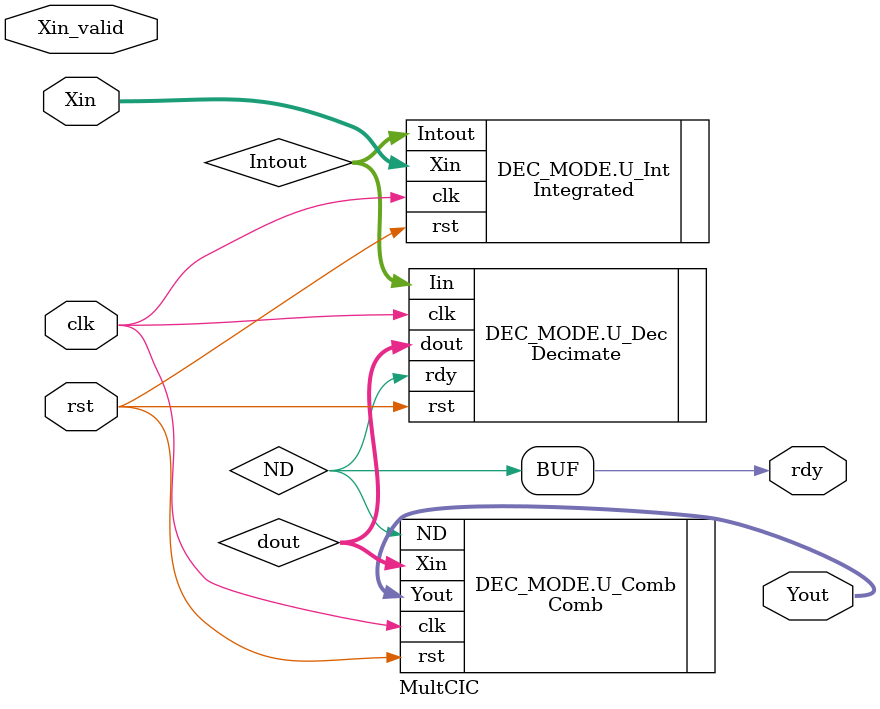
<source format=v>
`timescale 1ns / 1ps
module MultCIC #(
    parameter MODE = "DEC",      // "DEC" »ò "INT" Ä£Ê½£¬Ñ¡Ôñ´¦ÀíÄ£Ê½
    parameter R = 5,             // ³éÈ¡»ò²åÖµµÄ±¶Êý£¬Ó°Ïì²ÉÑùÂÊ
    parameter D = 3,             // »ý·Ö¼¶Êý£¬¿ØÖÆCICÂË²¨Æ÷µÄ¼¶Êý
    parameter INPUT_WIDTH = 14,  // ÊäÈëÊý¾ÝÎ»¿í
    parameter OUTPUT_WIDTH = 22  // Êä³öÊý¾ÝÎ»¿í
)(
    input        rst,            // ¸´Î»ÐÅºÅ£¬¸ßµçÆ½ÓÐÐ§
    input        clk,            // Ê±ÖÓÐÅºÅ
    input  [INPUT_WIDTH-1:0] Xin, // ÊäÈëÊý¾Ý
    // --- START: ÐÂÔöÐÞ¸Ä ---
    input        Xin_valid,      // Îª²åÖµÄ£Ê½ÐÂÔöµÄÊäÈëÓÐÐ§ÐÅºÅ
    // --- END: ÐÂÔöÐÞ¸Ä ---
    output [OUTPUT_WIDTH-1:0] Yout, // Êä³öÊý¾Ý
    output        rdy            // Êý¾ÝÓÐÐ§Ö¸Ê¾ÐÅºÅ
);


    // ÖÐ¼äÐÅºÅ
    wire signed [OUTPUT_WIDTH-1:0] Intout;   // »ý·ÖÄ£¿éÊä³öÊý¾Ý
    wire signed [OUTPUT_WIDTH-1:0] dout;     // ³éÈ¡Ä£¿éÊä³öÊý¾Ý
    wire ND;  // Êý¾ÝÓÐÐ§ÐÅºÅ


    // Éú³É²»Í¬Ä£Ê½ÏÂµÄÄ£¿éÊµÀý
    generate
        // Èç¹ûÑ¡Ôñ³éÈ¡Ä£Ê½£¨"DEC"£©£¬ÔòÖ´ÐÐÒÔÏÂ´úÂë
        if (MODE == "DEC") begin : DEC_MODE

            // 1. ÊµÀý»¯»ý·ÖÆ÷Ä£¿é
            Integrated #(
                .D(D),                // »ý·Ö¼¶Êý
                .INPUT_WIDTH(INPUT_WIDTH),  // ÊäÈëÊý¾ÝÎ»¿í
                .OUTPUT_WIDTH(OUTPUT_WIDTH) // Êä³öÊý¾ÝÎ»¿í
            ) U_Int (
                .rst(rst),            // ¸´Î»ÐÅºÅ
                .clk(clk),            // Ê±ÖÓÐÅºÅ
                .Xin(Xin),            // ÊäÈëÊý¾Ý
                .Intout(Intout)       // »ý·ÖÊä³öÊý¾Ý
            );



            // 2. ÊµÀý»¯³éÈ¡Ä£¿é
            // ³éÈ¡Ä£¿é¸ù¾ÝRÖµ¾ö¶¨³éÈ¡µÄ±¶Êý£¬¼õÐ¡Êä³öÊý¾ÝµÄËÙÂÊ
            Decimate #(
                .R(R),                // ³éÈ¡Òò×Ó
                .DATA_WIDTH(OUTPUT_WIDTH)  // Êä³öÊý¾Ý¿í¶È
            ) U_Dec (
                .rst(rst),            // ¸´Î»ÐÅºÅ
                .clk(clk),            // Ê±ÖÓÐÅºÅ
                .Iin(Intout),         // ÊäÈëÊý¾Ý
                .dout(dout),          // ³éÈ¡ºóµÄÊý¾Ý
                .rdy(ND)              // Êý¾ÝÓÐÐ§Ö¸Ê¾ÐÅºÅ
            );



            // 3. ÊµÀý»¯Êá×´ÂË²¨Æ÷£¨Comb£©£¬½øÐÐ²î·Ö²Ù×÷
            Comb #(
                .D(D),                        // ²î·Ö¼¶Êý
                .DATA_WIDTH(OUTPUT_WIDTH)     // Êä³öÊý¾Ý¿í¶È
            ) U_Comb (
                .rst(rst),                    // ¸´Î»ÐÅºÅ
                .clk(clk),                    // Ê±ÖÓÐÅºÅ
                .ND(ND),                      // Êý¾ÝÓÐÐ§ÐÅºÅ
                .Xin(dout),                   // ÊäÈëÊý¾Ý
                .Yout(Yout)                   // Êá×´ÂË²¨Æ÷µÄÊä³öÊý¾Ý
            );

            // Êä³öÊý¾ÝÓÐÐ§ÐÅºÅ
            assign rdy = ND;

        end else if (MODE == "INT") begin : INT_MODE

            // 1. ²åÖµÄ£Ê½ÏÂµÄÊá×´ÂË²¨Æ÷£¨Comb£©
            wire signed [OUTPUT_WIDTH-1:0] comb_out;    // Êá×´ÂË²¨Æ÷Êä³öÊý¾Ý
            wire signed [OUTPUT_WIDTH-1:0] interp_out;  // ²åÖµºóµÄÊý¾Ý
            wire interp_rdy;                           // ²åÖµÄ£¿éµÄÊý¾ÝÓÐÐ§ÐÅºÅ


            // --- START: ÐÂÔöÐÞ¸Ä ---
            // Êá×´ÂË²¨Æ÷Ö»ÔÚÊäÈëÓÐÐ§Ê±²ÅÊ¹ÄÜ
            Comb #(
                .D(D),                        // ²î·Ö¼¶Êý
                .DATA_WIDTH(OUTPUT_WIDTH)     // Êä³öÊý¾Ý¿í¶È
            ) U_Comb_int (
                .rst(rst),                    // ¸´Î»ÐÅºÅ
                .clk(clk),                    // Ê±ÖÓÐÅºÅ
                .ND(Xin_valid),               // <<--- ÐÞ¸Äµã£ºÊ¹ÓÃÍâ²¿ÓÐÐ§ÐÅºÅ
                .Xin({{(OUTPUT_WIDTH-INPUT_WIDTH){Xin[INPUT_WIDTH-1]}}, Xin}),  // ÊäÈëÐÅºÅ·ûºÅÀ©Õ¹
                .Yout(comb_out)               // Êá×´ÂË²¨Æ÷µÄÊä³ö
            );


            // 2. ÊµÀý»¯²åÖµÄ£¿é£¨Interpolate£©
            // ¸ù¾Ý²åÖµÒò×ÓR£¬ÔÚÊä³öÖÐ²åÈëR-1¸öÁãµã
            Interpolate #(
                .R(R),                // ²åÖµÒò×Ó
                .INPUT_WIDTH(OUTPUT_WIDTH),  // ÊäÈëÊý¾ÝÎ»¿í
                .OUTPUT_WIDTH(OUTPUT_WIDTH)  // Êä³öÊý¾ÝÎ»¿í
            ) U_Interp (
                .rst(rst),            // ¸´Î»ÐÅºÅ
                .clk(clk),            // Ê±ÖÓÐÅºÅ
                .Xin(comb_out),       // ´«µÝ¸ø²åÖµÄ£¿éµÄÊý¾Ý
                .Xin_valid(Xin_valid), // <<--- ÐÞ¸Äµã£ºÊ¹ÓÃÍâ²¿ÓÐÐ§ÐÅºÅ
                .Xout(interp_out),    // ²åÖµºóµÄÊý¾Ý
                .Xout_valid(interp_rdy) // ²åÖµÓÐÐ§ÐÅºÅ
            );
            // --- END: ÐÂÔöÐÞ¸Ä ---
            

            // 3. ²åÖµºóÊý¾Ý½øÈë»ý·ÖÆ÷
            Integrated #(
                .D(D),                // »ý·Ö¼¶Êý
                .INPUT_WIDTH(OUTPUT_WIDTH),  // ÊäÈëÊý¾ÝÎ»¿í
                .OUTPUT_WIDTH(OUTPUT_WIDTH) // Êä³öÊý¾ÝÎ»¿í
            ) U_Int_int (
                .rst(rst),            // ¸´Î»ÐÅºÅ
                .clk(clk),            // Ê±ÖÓÐÅºÅ
                .Xin(interp_out[OUTPUT_WIDTH-1:0]),  // ²åÖµºóµÄÊý¾Ý£¨¿ÉÄÜÐèÒª½Ø¶Ï£©
                .Intout(Yout)         // »ý·ÖÆ÷Êä³öÊý¾Ý
            );

            // Êä³ö²åÖµÊý¾ÝÓÐÐ§ÐÅºÅ
            assign rdy = interp_rdy;

        end else begin : DEFAULT_MODE
            // Ä¬ÈÏÄ£Ê½£¬µ±MODE¼È²»ÊÇ"DEC"Ò²²»ÊÇ"INT"Ê±£¬Êä³öÎÞÐ§
            assign Yout = {OUTPUT_WIDTH{1'b0}}; // Êä³öÈ«0
            assign rdy = 1'b0; // Êä³öÎÞÐ§ÐÅºÅ
        end
    endgenerate

endmodule

</source>
